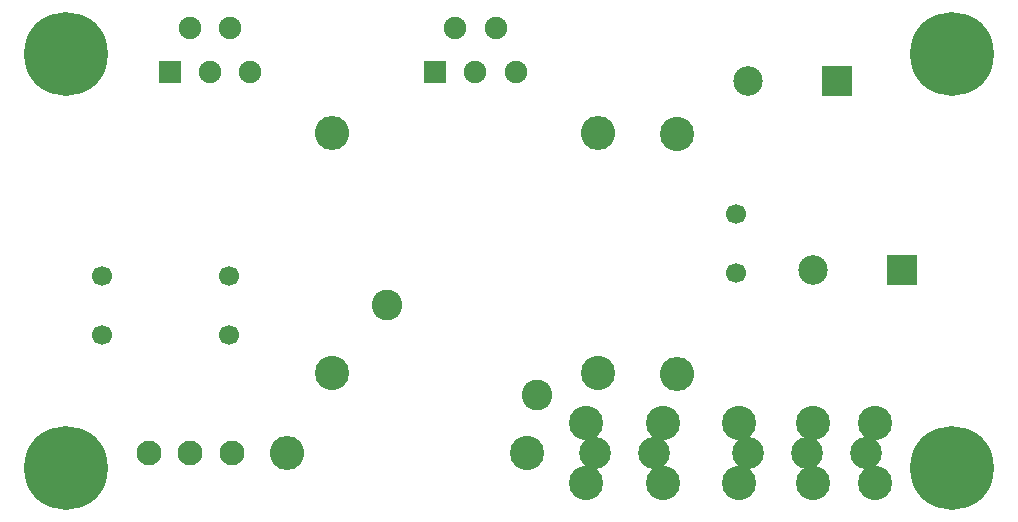
<source format=gbr>
%TF.GenerationSoftware,KiCad,Pcbnew,(5.1.6-0)*%
%TF.CreationDate,2023-05-05T19:20:00-07:00*%
%TF.ProjectId,LM1875x2_SMD_1206,4c4d3138-3735-4783-925f-534d445f3132,rev?*%
%TF.SameCoordinates,Original*%
%TF.FileFunction,Soldermask,Bot*%
%TF.FilePolarity,Negative*%
%FSLAX46Y46*%
G04 Gerber Fmt 4.6, Leading zero omitted, Abs format (unit mm)*
G04 Created by KiCad (PCBNEW (5.1.6-0)) date 2023-05-05 19:20:00*
%MOMM*%
%LPD*%
G01*
G04 APERTURE LIST*
%ADD10C,1.700000*%
%ADD11C,2.900000*%
%ADD12C,0.900000*%
%ADD13C,7.100000*%
%ADD14C,2.600000*%
%ADD15O,1.900000X1.900000*%
%ADD16R,1.900000X1.900000*%
%ADD17O,2.900000X2.900000*%
%ADD18C,2.700000*%
%ADD19C,2.100000*%
%ADD20C,2.500000*%
%ADD21R,2.500000X2.500000*%
G04 APERTURE END LIST*
D10*
%TO.C,C9*%
X143000000Y-72250000D03*
X143000000Y-67250000D03*
%TD*%
D11*
%TO.C,J8*%
X149500000Y-84960000D03*
X149500000Y-90040000D03*
%TD*%
%TO.C,J7*%
X130250000Y-84960000D03*
X130250000Y-90040000D03*
%TD*%
%TO.C,J6*%
X143250000Y-84960000D03*
X143250000Y-90040000D03*
%TD*%
%TO.C,J5*%
X136750000Y-84960000D03*
X136750000Y-90040000D03*
%TD*%
%TO.C,J4*%
X154750000Y-84960000D03*
X154750000Y-90040000D03*
%TD*%
D12*
%TO.C,H4*%
X163106155Y-86893845D03*
X161250000Y-86125000D03*
X159393845Y-86893845D03*
X158625000Y-88750000D03*
X159393845Y-90606155D03*
X161250000Y-91375000D03*
X163106155Y-90606155D03*
X163875000Y-88750000D03*
D13*
X161250000Y-88750000D03*
%TD*%
D12*
%TO.C,H3*%
X163106155Y-51893845D03*
X161250000Y-51125000D03*
X159393845Y-51893845D03*
X158625000Y-53750000D03*
X159393845Y-55606155D03*
X161250000Y-56375000D03*
X163106155Y-55606155D03*
X163875000Y-53750000D03*
D13*
X161250000Y-53750000D03*
%TD*%
D12*
%TO.C,H2*%
X88106155Y-51893845D03*
X86250000Y-51125000D03*
X84393845Y-51893845D03*
X83625000Y-53750000D03*
X84393845Y-55606155D03*
X86250000Y-56375000D03*
X88106155Y-55606155D03*
X88875000Y-53750000D03*
D13*
X86250000Y-53750000D03*
%TD*%
D12*
%TO.C,H1*%
X88106155Y-86893845D03*
X86250000Y-86125000D03*
X84393845Y-86893845D03*
X83625000Y-88750000D03*
X84393845Y-90606155D03*
X86250000Y-91375000D03*
X88106155Y-90606155D03*
X88875000Y-88750000D03*
D13*
X86250000Y-88750000D03*
%TD*%
D14*
%TO.C,L1*%
X126100000Y-82560000D03*
X113400000Y-74940000D03*
%TD*%
D15*
%TO.C,U2*%
X124300000Y-55250000D03*
X122600000Y-51550000D03*
X120900000Y-55250000D03*
X119200000Y-51550000D03*
D16*
X117500000Y-55250000D03*
%TD*%
D15*
%TO.C,U1*%
X101800000Y-55250000D03*
X100100000Y-51550000D03*
X98400000Y-55250000D03*
X96700000Y-51550000D03*
D16*
X95000000Y-55250000D03*
%TD*%
D17*
%TO.C,R12*%
X104930000Y-87500000D03*
D11*
X125250000Y-87500000D03*
%TD*%
D17*
%TO.C,R11*%
X138000000Y-80820000D03*
D11*
X138000000Y-60500000D03*
%TD*%
D17*
%TO.C,R10*%
X131250000Y-60430000D03*
D11*
X131250000Y-80750000D03*
%TD*%
D17*
%TO.C,R9*%
X108750000Y-60430000D03*
D11*
X108750000Y-80750000D03*
%TD*%
D18*
%TO.C,J3*%
X154000000Y-87500000D03*
X149000000Y-87500000D03*
X144000000Y-87500000D03*
%TD*%
%TO.C,J2*%
X136000000Y-87500000D03*
X131000000Y-87500000D03*
%TD*%
D19*
%TO.C,J1*%
X100250000Y-87500000D03*
X96750000Y-87500000D03*
X93250000Y-87500000D03*
%TD*%
D20*
%TO.C,C4*%
X149500000Y-72000000D03*
D21*
X157000000Y-72000000D03*
%TD*%
D20*
%TO.C,C3*%
X144000000Y-56000000D03*
D21*
X151500000Y-56000000D03*
%TD*%
D10*
%TO.C,C2*%
X89250000Y-77500000D03*
X89250000Y-72500000D03*
%TD*%
%TO.C,C1*%
X100000000Y-77500000D03*
X100000000Y-72500000D03*
%TD*%
M02*

</source>
